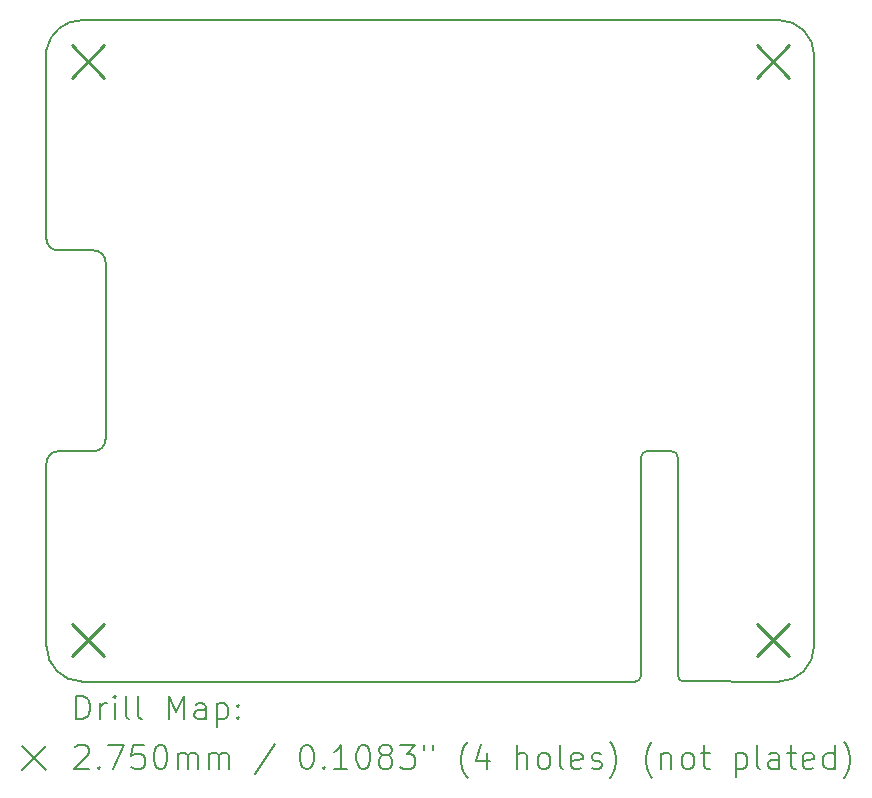
<source format=gbr>
%TF.GenerationSoftware,KiCad,Pcbnew,8.0.2+dfsg-1*%
%TF.CreationDate,2024-06-08T19:17:03+01:00*%
%TF.ProjectId,owl-driver-board,6f776c2d-6472-4697-9665-722d626f6172,rev?*%
%TF.SameCoordinates,Original*%
%TF.FileFunction,Drillmap*%
%TF.FilePolarity,Positive*%
%FSLAX45Y45*%
G04 Gerber Fmt 4.5, Leading zero omitted, Abs format (unit mm)*
G04 Created by KiCad (PCBNEW 8.0.2+dfsg-1) date 2024-06-08 19:17:03*
%MOMM*%
%LPD*%
G01*
G04 APERTURE LIST*
%ADD10C,0.150000*%
%ADD11C,0.200000*%
%ADD12C,0.275000*%
G04 APERTURE END LIST*
D10*
X300000Y-5650000D02*
G75*
G02*
X0Y-5350000I0J300000D01*
G01*
X6500000Y-5350000D02*
G75*
G02*
X6200000Y-5650000I-300000J0D01*
G01*
X100000Y-2000000D02*
G75*
G02*
X0Y-1900000I0J100000D01*
G01*
X400000Y-2000000D02*
G75*
G02*
X500000Y-2100000I0J-100000D01*
G01*
X500000Y-3600000D02*
G75*
G02*
X400000Y-3700000I-100000J0D01*
G01*
X0Y-3800000D02*
G75*
G02*
X100000Y-3700000I100000J0D01*
G01*
X0Y-300000D02*
G75*
G02*
X300000Y-50000I300000J-55000D01*
G01*
X300000Y-50000D02*
X6200000Y-50000D01*
X6200000Y-50000D02*
G75*
G02*
X6500000Y-350000I0J-300000D01*
G01*
X6500000Y-350000D02*
X6500000Y-5350000D01*
X5034645Y-5600000D02*
G75*
G02*
X4984645Y-5650005I-50005J0D01*
G01*
X5344645Y-3750000D02*
X5345000Y-5599645D01*
X300000Y-5650000D02*
X4984645Y-5650000D01*
X100000Y-3700000D02*
X400000Y-3700000D01*
X0Y-300000D02*
X0Y-1900000D01*
X5395000Y-5649645D02*
G75*
G02*
X5344995Y-5599645I0J50005D01*
G01*
X5035000Y-3750000D02*
X5034645Y-5600000D01*
X5035000Y-3750000D02*
G75*
G02*
X5085000Y-3700000I50000J0D01*
G01*
X500000Y-2100000D02*
X500000Y-3600000D01*
X0Y-3800000D02*
X0Y-5350000D01*
X100000Y-2000000D02*
X400000Y-2000000D01*
X5294645Y-3700000D02*
G75*
G02*
X5344640Y-3750000I-5J-50000D01*
G01*
X5395000Y-5649645D02*
X6200000Y-5650000D01*
X5294645Y-3700000D02*
X5085000Y-3700000D01*
D11*
D12*
X212500Y-262500D02*
X487500Y-537500D01*
X487500Y-262500D02*
X212500Y-537500D01*
X212500Y-5162500D02*
X487500Y-5437500D01*
X487500Y-5162500D02*
X212500Y-5437500D01*
X6012500Y-262500D02*
X6287500Y-537500D01*
X6287500Y-262500D02*
X6012500Y-537500D01*
X6012500Y-5162500D02*
X6287500Y-5437500D01*
X6287500Y-5162500D02*
X6012500Y-5437500D01*
D11*
X253277Y-5968984D02*
X253277Y-5768984D01*
X253277Y-5768984D02*
X300896Y-5768984D01*
X300896Y-5768984D02*
X329467Y-5778508D01*
X329467Y-5778508D02*
X348515Y-5797555D01*
X348515Y-5797555D02*
X358039Y-5816603D01*
X358039Y-5816603D02*
X367562Y-5854698D01*
X367562Y-5854698D02*
X367562Y-5883269D01*
X367562Y-5883269D02*
X358039Y-5921365D01*
X358039Y-5921365D02*
X348515Y-5940412D01*
X348515Y-5940412D02*
X329467Y-5959460D01*
X329467Y-5959460D02*
X300896Y-5968984D01*
X300896Y-5968984D02*
X253277Y-5968984D01*
X453277Y-5968984D02*
X453277Y-5835650D01*
X453277Y-5873746D02*
X462801Y-5854698D01*
X462801Y-5854698D02*
X472324Y-5845174D01*
X472324Y-5845174D02*
X491372Y-5835650D01*
X491372Y-5835650D02*
X510420Y-5835650D01*
X577086Y-5968984D02*
X577086Y-5835650D01*
X577086Y-5768984D02*
X567563Y-5778508D01*
X567563Y-5778508D02*
X577086Y-5788031D01*
X577086Y-5788031D02*
X586610Y-5778508D01*
X586610Y-5778508D02*
X577086Y-5768984D01*
X577086Y-5768984D02*
X577086Y-5788031D01*
X700896Y-5968984D02*
X681848Y-5959460D01*
X681848Y-5959460D02*
X672324Y-5940412D01*
X672324Y-5940412D02*
X672324Y-5768984D01*
X805658Y-5968984D02*
X786610Y-5959460D01*
X786610Y-5959460D02*
X777086Y-5940412D01*
X777086Y-5940412D02*
X777086Y-5768984D01*
X1034229Y-5968984D02*
X1034229Y-5768984D01*
X1034229Y-5768984D02*
X1100896Y-5911841D01*
X1100896Y-5911841D02*
X1167563Y-5768984D01*
X1167563Y-5768984D02*
X1167563Y-5968984D01*
X1348515Y-5968984D02*
X1348515Y-5864222D01*
X1348515Y-5864222D02*
X1338991Y-5845174D01*
X1338991Y-5845174D02*
X1319944Y-5835650D01*
X1319944Y-5835650D02*
X1281848Y-5835650D01*
X1281848Y-5835650D02*
X1262801Y-5845174D01*
X1348515Y-5959460D02*
X1329467Y-5968984D01*
X1329467Y-5968984D02*
X1281848Y-5968984D01*
X1281848Y-5968984D02*
X1262801Y-5959460D01*
X1262801Y-5959460D02*
X1253277Y-5940412D01*
X1253277Y-5940412D02*
X1253277Y-5921365D01*
X1253277Y-5921365D02*
X1262801Y-5902317D01*
X1262801Y-5902317D02*
X1281848Y-5892793D01*
X1281848Y-5892793D02*
X1329467Y-5892793D01*
X1329467Y-5892793D02*
X1348515Y-5883269D01*
X1443753Y-5835650D02*
X1443753Y-6035650D01*
X1443753Y-5845174D02*
X1462801Y-5835650D01*
X1462801Y-5835650D02*
X1500896Y-5835650D01*
X1500896Y-5835650D02*
X1519943Y-5845174D01*
X1519943Y-5845174D02*
X1529467Y-5854698D01*
X1529467Y-5854698D02*
X1538991Y-5873746D01*
X1538991Y-5873746D02*
X1538991Y-5930888D01*
X1538991Y-5930888D02*
X1529467Y-5949936D01*
X1529467Y-5949936D02*
X1519943Y-5959460D01*
X1519943Y-5959460D02*
X1500896Y-5968984D01*
X1500896Y-5968984D02*
X1462801Y-5968984D01*
X1462801Y-5968984D02*
X1443753Y-5959460D01*
X1624705Y-5949936D02*
X1634229Y-5959460D01*
X1634229Y-5959460D02*
X1624705Y-5968984D01*
X1624705Y-5968984D02*
X1615182Y-5959460D01*
X1615182Y-5959460D02*
X1624705Y-5949936D01*
X1624705Y-5949936D02*
X1624705Y-5968984D01*
X1624705Y-5845174D02*
X1634229Y-5854698D01*
X1634229Y-5854698D02*
X1624705Y-5864222D01*
X1624705Y-5864222D02*
X1615182Y-5854698D01*
X1615182Y-5854698D02*
X1624705Y-5845174D01*
X1624705Y-5845174D02*
X1624705Y-5864222D01*
X-207500Y-6197500D02*
X-7500Y-6397500D01*
X-7500Y-6197500D02*
X-207500Y-6397500D01*
X243753Y-6208031D02*
X253277Y-6198508D01*
X253277Y-6198508D02*
X272324Y-6188984D01*
X272324Y-6188984D02*
X319944Y-6188984D01*
X319944Y-6188984D02*
X338991Y-6198508D01*
X338991Y-6198508D02*
X348515Y-6208031D01*
X348515Y-6208031D02*
X358039Y-6227079D01*
X358039Y-6227079D02*
X358039Y-6246127D01*
X358039Y-6246127D02*
X348515Y-6274698D01*
X348515Y-6274698D02*
X234229Y-6388984D01*
X234229Y-6388984D02*
X358039Y-6388984D01*
X443753Y-6369936D02*
X453277Y-6379460D01*
X453277Y-6379460D02*
X443753Y-6388984D01*
X443753Y-6388984D02*
X434229Y-6379460D01*
X434229Y-6379460D02*
X443753Y-6369936D01*
X443753Y-6369936D02*
X443753Y-6388984D01*
X519943Y-6188984D02*
X653277Y-6188984D01*
X653277Y-6188984D02*
X567563Y-6388984D01*
X824705Y-6188984D02*
X729467Y-6188984D01*
X729467Y-6188984D02*
X719943Y-6284222D01*
X719943Y-6284222D02*
X729467Y-6274698D01*
X729467Y-6274698D02*
X748515Y-6265174D01*
X748515Y-6265174D02*
X796134Y-6265174D01*
X796134Y-6265174D02*
X815182Y-6274698D01*
X815182Y-6274698D02*
X824705Y-6284222D01*
X824705Y-6284222D02*
X834229Y-6303269D01*
X834229Y-6303269D02*
X834229Y-6350888D01*
X834229Y-6350888D02*
X824705Y-6369936D01*
X824705Y-6369936D02*
X815182Y-6379460D01*
X815182Y-6379460D02*
X796134Y-6388984D01*
X796134Y-6388984D02*
X748515Y-6388984D01*
X748515Y-6388984D02*
X729467Y-6379460D01*
X729467Y-6379460D02*
X719943Y-6369936D01*
X958039Y-6188984D02*
X977086Y-6188984D01*
X977086Y-6188984D02*
X996134Y-6198508D01*
X996134Y-6198508D02*
X1005658Y-6208031D01*
X1005658Y-6208031D02*
X1015182Y-6227079D01*
X1015182Y-6227079D02*
X1024705Y-6265174D01*
X1024705Y-6265174D02*
X1024705Y-6312793D01*
X1024705Y-6312793D02*
X1015182Y-6350888D01*
X1015182Y-6350888D02*
X1005658Y-6369936D01*
X1005658Y-6369936D02*
X996134Y-6379460D01*
X996134Y-6379460D02*
X977086Y-6388984D01*
X977086Y-6388984D02*
X958039Y-6388984D01*
X958039Y-6388984D02*
X938991Y-6379460D01*
X938991Y-6379460D02*
X929467Y-6369936D01*
X929467Y-6369936D02*
X919943Y-6350888D01*
X919943Y-6350888D02*
X910420Y-6312793D01*
X910420Y-6312793D02*
X910420Y-6265174D01*
X910420Y-6265174D02*
X919943Y-6227079D01*
X919943Y-6227079D02*
X929467Y-6208031D01*
X929467Y-6208031D02*
X938991Y-6198508D01*
X938991Y-6198508D02*
X958039Y-6188984D01*
X1110420Y-6388984D02*
X1110420Y-6255650D01*
X1110420Y-6274698D02*
X1119944Y-6265174D01*
X1119944Y-6265174D02*
X1138991Y-6255650D01*
X1138991Y-6255650D02*
X1167563Y-6255650D01*
X1167563Y-6255650D02*
X1186610Y-6265174D01*
X1186610Y-6265174D02*
X1196134Y-6284222D01*
X1196134Y-6284222D02*
X1196134Y-6388984D01*
X1196134Y-6284222D02*
X1205658Y-6265174D01*
X1205658Y-6265174D02*
X1224705Y-6255650D01*
X1224705Y-6255650D02*
X1253277Y-6255650D01*
X1253277Y-6255650D02*
X1272325Y-6265174D01*
X1272325Y-6265174D02*
X1281848Y-6284222D01*
X1281848Y-6284222D02*
X1281848Y-6388984D01*
X1377086Y-6388984D02*
X1377086Y-6255650D01*
X1377086Y-6274698D02*
X1386610Y-6265174D01*
X1386610Y-6265174D02*
X1405658Y-6255650D01*
X1405658Y-6255650D02*
X1434229Y-6255650D01*
X1434229Y-6255650D02*
X1453277Y-6265174D01*
X1453277Y-6265174D02*
X1462801Y-6284222D01*
X1462801Y-6284222D02*
X1462801Y-6388984D01*
X1462801Y-6284222D02*
X1472324Y-6265174D01*
X1472324Y-6265174D02*
X1491372Y-6255650D01*
X1491372Y-6255650D02*
X1519943Y-6255650D01*
X1519943Y-6255650D02*
X1538991Y-6265174D01*
X1538991Y-6265174D02*
X1548515Y-6284222D01*
X1548515Y-6284222D02*
X1548515Y-6388984D01*
X1938991Y-6179460D02*
X1767563Y-6436603D01*
X2196134Y-6188984D02*
X2215182Y-6188984D01*
X2215182Y-6188984D02*
X2234229Y-6198508D01*
X2234229Y-6198508D02*
X2243753Y-6208031D01*
X2243753Y-6208031D02*
X2253277Y-6227079D01*
X2253277Y-6227079D02*
X2262801Y-6265174D01*
X2262801Y-6265174D02*
X2262801Y-6312793D01*
X2262801Y-6312793D02*
X2253277Y-6350888D01*
X2253277Y-6350888D02*
X2243753Y-6369936D01*
X2243753Y-6369936D02*
X2234229Y-6379460D01*
X2234229Y-6379460D02*
X2215182Y-6388984D01*
X2215182Y-6388984D02*
X2196134Y-6388984D01*
X2196134Y-6388984D02*
X2177087Y-6379460D01*
X2177087Y-6379460D02*
X2167563Y-6369936D01*
X2167563Y-6369936D02*
X2158039Y-6350888D01*
X2158039Y-6350888D02*
X2148515Y-6312793D01*
X2148515Y-6312793D02*
X2148515Y-6265174D01*
X2148515Y-6265174D02*
X2158039Y-6227079D01*
X2158039Y-6227079D02*
X2167563Y-6208031D01*
X2167563Y-6208031D02*
X2177087Y-6198508D01*
X2177087Y-6198508D02*
X2196134Y-6188984D01*
X2348515Y-6369936D02*
X2358039Y-6379460D01*
X2358039Y-6379460D02*
X2348515Y-6388984D01*
X2348515Y-6388984D02*
X2338991Y-6379460D01*
X2338991Y-6379460D02*
X2348515Y-6369936D01*
X2348515Y-6369936D02*
X2348515Y-6388984D01*
X2548515Y-6388984D02*
X2434229Y-6388984D01*
X2491372Y-6388984D02*
X2491372Y-6188984D01*
X2491372Y-6188984D02*
X2472325Y-6217555D01*
X2472325Y-6217555D02*
X2453277Y-6236603D01*
X2453277Y-6236603D02*
X2434229Y-6246127D01*
X2672325Y-6188984D02*
X2691372Y-6188984D01*
X2691372Y-6188984D02*
X2710420Y-6198508D01*
X2710420Y-6198508D02*
X2719944Y-6208031D01*
X2719944Y-6208031D02*
X2729468Y-6227079D01*
X2729468Y-6227079D02*
X2738991Y-6265174D01*
X2738991Y-6265174D02*
X2738991Y-6312793D01*
X2738991Y-6312793D02*
X2729468Y-6350888D01*
X2729468Y-6350888D02*
X2719944Y-6369936D01*
X2719944Y-6369936D02*
X2710420Y-6379460D01*
X2710420Y-6379460D02*
X2691372Y-6388984D01*
X2691372Y-6388984D02*
X2672325Y-6388984D01*
X2672325Y-6388984D02*
X2653277Y-6379460D01*
X2653277Y-6379460D02*
X2643753Y-6369936D01*
X2643753Y-6369936D02*
X2634229Y-6350888D01*
X2634229Y-6350888D02*
X2624706Y-6312793D01*
X2624706Y-6312793D02*
X2624706Y-6265174D01*
X2624706Y-6265174D02*
X2634229Y-6227079D01*
X2634229Y-6227079D02*
X2643753Y-6208031D01*
X2643753Y-6208031D02*
X2653277Y-6198508D01*
X2653277Y-6198508D02*
X2672325Y-6188984D01*
X2853277Y-6274698D02*
X2834229Y-6265174D01*
X2834229Y-6265174D02*
X2824706Y-6255650D01*
X2824706Y-6255650D02*
X2815182Y-6236603D01*
X2815182Y-6236603D02*
X2815182Y-6227079D01*
X2815182Y-6227079D02*
X2824706Y-6208031D01*
X2824706Y-6208031D02*
X2834229Y-6198508D01*
X2834229Y-6198508D02*
X2853277Y-6188984D01*
X2853277Y-6188984D02*
X2891372Y-6188984D01*
X2891372Y-6188984D02*
X2910420Y-6198508D01*
X2910420Y-6198508D02*
X2919944Y-6208031D01*
X2919944Y-6208031D02*
X2929467Y-6227079D01*
X2929467Y-6227079D02*
X2929467Y-6236603D01*
X2929467Y-6236603D02*
X2919944Y-6255650D01*
X2919944Y-6255650D02*
X2910420Y-6265174D01*
X2910420Y-6265174D02*
X2891372Y-6274698D01*
X2891372Y-6274698D02*
X2853277Y-6274698D01*
X2853277Y-6274698D02*
X2834229Y-6284222D01*
X2834229Y-6284222D02*
X2824706Y-6293746D01*
X2824706Y-6293746D02*
X2815182Y-6312793D01*
X2815182Y-6312793D02*
X2815182Y-6350888D01*
X2815182Y-6350888D02*
X2824706Y-6369936D01*
X2824706Y-6369936D02*
X2834229Y-6379460D01*
X2834229Y-6379460D02*
X2853277Y-6388984D01*
X2853277Y-6388984D02*
X2891372Y-6388984D01*
X2891372Y-6388984D02*
X2910420Y-6379460D01*
X2910420Y-6379460D02*
X2919944Y-6369936D01*
X2919944Y-6369936D02*
X2929467Y-6350888D01*
X2929467Y-6350888D02*
X2929467Y-6312793D01*
X2929467Y-6312793D02*
X2919944Y-6293746D01*
X2919944Y-6293746D02*
X2910420Y-6284222D01*
X2910420Y-6284222D02*
X2891372Y-6274698D01*
X2996134Y-6188984D02*
X3119944Y-6188984D01*
X3119944Y-6188984D02*
X3053277Y-6265174D01*
X3053277Y-6265174D02*
X3081848Y-6265174D01*
X3081848Y-6265174D02*
X3100896Y-6274698D01*
X3100896Y-6274698D02*
X3110420Y-6284222D01*
X3110420Y-6284222D02*
X3119944Y-6303269D01*
X3119944Y-6303269D02*
X3119944Y-6350888D01*
X3119944Y-6350888D02*
X3110420Y-6369936D01*
X3110420Y-6369936D02*
X3100896Y-6379460D01*
X3100896Y-6379460D02*
X3081848Y-6388984D01*
X3081848Y-6388984D02*
X3024706Y-6388984D01*
X3024706Y-6388984D02*
X3005658Y-6379460D01*
X3005658Y-6379460D02*
X2996134Y-6369936D01*
X3196134Y-6188984D02*
X3196134Y-6227079D01*
X3272325Y-6188984D02*
X3272325Y-6227079D01*
X3567563Y-6465174D02*
X3558039Y-6455650D01*
X3558039Y-6455650D02*
X3538991Y-6427079D01*
X3538991Y-6427079D02*
X3529468Y-6408031D01*
X3529468Y-6408031D02*
X3519944Y-6379460D01*
X3519944Y-6379460D02*
X3510420Y-6331841D01*
X3510420Y-6331841D02*
X3510420Y-6293746D01*
X3510420Y-6293746D02*
X3519944Y-6246127D01*
X3519944Y-6246127D02*
X3529468Y-6217555D01*
X3529468Y-6217555D02*
X3538991Y-6198508D01*
X3538991Y-6198508D02*
X3558039Y-6169936D01*
X3558039Y-6169936D02*
X3567563Y-6160412D01*
X3729468Y-6255650D02*
X3729468Y-6388984D01*
X3681848Y-6179460D02*
X3634229Y-6322317D01*
X3634229Y-6322317D02*
X3758039Y-6322317D01*
X3986610Y-6388984D02*
X3986610Y-6188984D01*
X4072325Y-6388984D02*
X4072325Y-6284222D01*
X4072325Y-6284222D02*
X4062801Y-6265174D01*
X4062801Y-6265174D02*
X4043753Y-6255650D01*
X4043753Y-6255650D02*
X4015182Y-6255650D01*
X4015182Y-6255650D02*
X3996134Y-6265174D01*
X3996134Y-6265174D02*
X3986610Y-6274698D01*
X4196134Y-6388984D02*
X4177087Y-6379460D01*
X4177087Y-6379460D02*
X4167563Y-6369936D01*
X4167563Y-6369936D02*
X4158039Y-6350888D01*
X4158039Y-6350888D02*
X4158039Y-6293746D01*
X4158039Y-6293746D02*
X4167563Y-6274698D01*
X4167563Y-6274698D02*
X4177087Y-6265174D01*
X4177087Y-6265174D02*
X4196134Y-6255650D01*
X4196134Y-6255650D02*
X4224706Y-6255650D01*
X4224706Y-6255650D02*
X4243753Y-6265174D01*
X4243753Y-6265174D02*
X4253277Y-6274698D01*
X4253277Y-6274698D02*
X4262801Y-6293746D01*
X4262801Y-6293746D02*
X4262801Y-6350888D01*
X4262801Y-6350888D02*
X4253277Y-6369936D01*
X4253277Y-6369936D02*
X4243753Y-6379460D01*
X4243753Y-6379460D02*
X4224706Y-6388984D01*
X4224706Y-6388984D02*
X4196134Y-6388984D01*
X4377087Y-6388984D02*
X4358039Y-6379460D01*
X4358039Y-6379460D02*
X4348515Y-6360412D01*
X4348515Y-6360412D02*
X4348515Y-6188984D01*
X4529468Y-6379460D02*
X4510420Y-6388984D01*
X4510420Y-6388984D02*
X4472325Y-6388984D01*
X4472325Y-6388984D02*
X4453277Y-6379460D01*
X4453277Y-6379460D02*
X4443753Y-6360412D01*
X4443753Y-6360412D02*
X4443753Y-6284222D01*
X4443753Y-6284222D02*
X4453277Y-6265174D01*
X4453277Y-6265174D02*
X4472325Y-6255650D01*
X4472325Y-6255650D02*
X4510420Y-6255650D01*
X4510420Y-6255650D02*
X4529468Y-6265174D01*
X4529468Y-6265174D02*
X4538992Y-6284222D01*
X4538992Y-6284222D02*
X4538992Y-6303269D01*
X4538992Y-6303269D02*
X4443753Y-6322317D01*
X4615182Y-6379460D02*
X4634230Y-6388984D01*
X4634230Y-6388984D02*
X4672325Y-6388984D01*
X4672325Y-6388984D02*
X4691373Y-6379460D01*
X4691373Y-6379460D02*
X4700896Y-6360412D01*
X4700896Y-6360412D02*
X4700896Y-6350888D01*
X4700896Y-6350888D02*
X4691373Y-6331841D01*
X4691373Y-6331841D02*
X4672325Y-6322317D01*
X4672325Y-6322317D02*
X4643753Y-6322317D01*
X4643753Y-6322317D02*
X4624706Y-6312793D01*
X4624706Y-6312793D02*
X4615182Y-6293746D01*
X4615182Y-6293746D02*
X4615182Y-6284222D01*
X4615182Y-6284222D02*
X4624706Y-6265174D01*
X4624706Y-6265174D02*
X4643753Y-6255650D01*
X4643753Y-6255650D02*
X4672325Y-6255650D01*
X4672325Y-6255650D02*
X4691373Y-6265174D01*
X4767563Y-6465174D02*
X4777087Y-6455650D01*
X4777087Y-6455650D02*
X4796134Y-6427079D01*
X4796134Y-6427079D02*
X4805658Y-6408031D01*
X4805658Y-6408031D02*
X4815182Y-6379460D01*
X4815182Y-6379460D02*
X4824706Y-6331841D01*
X4824706Y-6331841D02*
X4824706Y-6293746D01*
X4824706Y-6293746D02*
X4815182Y-6246127D01*
X4815182Y-6246127D02*
X4805658Y-6217555D01*
X4805658Y-6217555D02*
X4796134Y-6198508D01*
X4796134Y-6198508D02*
X4777087Y-6169936D01*
X4777087Y-6169936D02*
X4767563Y-6160412D01*
X5129468Y-6465174D02*
X5119944Y-6455650D01*
X5119944Y-6455650D02*
X5100896Y-6427079D01*
X5100896Y-6427079D02*
X5091373Y-6408031D01*
X5091373Y-6408031D02*
X5081849Y-6379460D01*
X5081849Y-6379460D02*
X5072325Y-6331841D01*
X5072325Y-6331841D02*
X5072325Y-6293746D01*
X5072325Y-6293746D02*
X5081849Y-6246127D01*
X5081849Y-6246127D02*
X5091373Y-6217555D01*
X5091373Y-6217555D02*
X5100896Y-6198508D01*
X5100896Y-6198508D02*
X5119944Y-6169936D01*
X5119944Y-6169936D02*
X5129468Y-6160412D01*
X5205658Y-6255650D02*
X5205658Y-6388984D01*
X5205658Y-6274698D02*
X5215182Y-6265174D01*
X5215182Y-6265174D02*
X5234230Y-6255650D01*
X5234230Y-6255650D02*
X5262801Y-6255650D01*
X5262801Y-6255650D02*
X5281849Y-6265174D01*
X5281849Y-6265174D02*
X5291373Y-6284222D01*
X5291373Y-6284222D02*
X5291373Y-6388984D01*
X5415182Y-6388984D02*
X5396134Y-6379460D01*
X5396134Y-6379460D02*
X5386611Y-6369936D01*
X5386611Y-6369936D02*
X5377087Y-6350888D01*
X5377087Y-6350888D02*
X5377087Y-6293746D01*
X5377087Y-6293746D02*
X5386611Y-6274698D01*
X5386611Y-6274698D02*
X5396134Y-6265174D01*
X5396134Y-6265174D02*
X5415182Y-6255650D01*
X5415182Y-6255650D02*
X5443754Y-6255650D01*
X5443754Y-6255650D02*
X5462801Y-6265174D01*
X5462801Y-6265174D02*
X5472325Y-6274698D01*
X5472325Y-6274698D02*
X5481849Y-6293746D01*
X5481849Y-6293746D02*
X5481849Y-6350888D01*
X5481849Y-6350888D02*
X5472325Y-6369936D01*
X5472325Y-6369936D02*
X5462801Y-6379460D01*
X5462801Y-6379460D02*
X5443754Y-6388984D01*
X5443754Y-6388984D02*
X5415182Y-6388984D01*
X5538992Y-6255650D02*
X5615182Y-6255650D01*
X5567563Y-6188984D02*
X5567563Y-6360412D01*
X5567563Y-6360412D02*
X5577087Y-6379460D01*
X5577087Y-6379460D02*
X5596134Y-6388984D01*
X5596134Y-6388984D02*
X5615182Y-6388984D01*
X5834230Y-6255650D02*
X5834230Y-6455650D01*
X5834230Y-6265174D02*
X5853277Y-6255650D01*
X5853277Y-6255650D02*
X5891373Y-6255650D01*
X5891373Y-6255650D02*
X5910420Y-6265174D01*
X5910420Y-6265174D02*
X5919944Y-6274698D01*
X5919944Y-6274698D02*
X5929468Y-6293746D01*
X5929468Y-6293746D02*
X5929468Y-6350888D01*
X5929468Y-6350888D02*
X5919944Y-6369936D01*
X5919944Y-6369936D02*
X5910420Y-6379460D01*
X5910420Y-6379460D02*
X5891373Y-6388984D01*
X5891373Y-6388984D02*
X5853277Y-6388984D01*
X5853277Y-6388984D02*
X5834230Y-6379460D01*
X6043753Y-6388984D02*
X6024706Y-6379460D01*
X6024706Y-6379460D02*
X6015182Y-6360412D01*
X6015182Y-6360412D02*
X6015182Y-6188984D01*
X6205658Y-6388984D02*
X6205658Y-6284222D01*
X6205658Y-6284222D02*
X6196134Y-6265174D01*
X6196134Y-6265174D02*
X6177087Y-6255650D01*
X6177087Y-6255650D02*
X6138992Y-6255650D01*
X6138992Y-6255650D02*
X6119944Y-6265174D01*
X6205658Y-6379460D02*
X6186611Y-6388984D01*
X6186611Y-6388984D02*
X6138992Y-6388984D01*
X6138992Y-6388984D02*
X6119944Y-6379460D01*
X6119944Y-6379460D02*
X6110420Y-6360412D01*
X6110420Y-6360412D02*
X6110420Y-6341365D01*
X6110420Y-6341365D02*
X6119944Y-6322317D01*
X6119944Y-6322317D02*
X6138992Y-6312793D01*
X6138992Y-6312793D02*
X6186611Y-6312793D01*
X6186611Y-6312793D02*
X6205658Y-6303269D01*
X6272325Y-6255650D02*
X6348515Y-6255650D01*
X6300896Y-6188984D02*
X6300896Y-6360412D01*
X6300896Y-6360412D02*
X6310420Y-6379460D01*
X6310420Y-6379460D02*
X6329468Y-6388984D01*
X6329468Y-6388984D02*
X6348515Y-6388984D01*
X6491373Y-6379460D02*
X6472325Y-6388984D01*
X6472325Y-6388984D02*
X6434230Y-6388984D01*
X6434230Y-6388984D02*
X6415182Y-6379460D01*
X6415182Y-6379460D02*
X6405658Y-6360412D01*
X6405658Y-6360412D02*
X6405658Y-6284222D01*
X6405658Y-6284222D02*
X6415182Y-6265174D01*
X6415182Y-6265174D02*
X6434230Y-6255650D01*
X6434230Y-6255650D02*
X6472325Y-6255650D01*
X6472325Y-6255650D02*
X6491373Y-6265174D01*
X6491373Y-6265174D02*
X6500896Y-6284222D01*
X6500896Y-6284222D02*
X6500896Y-6303269D01*
X6500896Y-6303269D02*
X6405658Y-6322317D01*
X6672325Y-6388984D02*
X6672325Y-6188984D01*
X6672325Y-6379460D02*
X6653277Y-6388984D01*
X6653277Y-6388984D02*
X6615182Y-6388984D01*
X6615182Y-6388984D02*
X6596134Y-6379460D01*
X6596134Y-6379460D02*
X6586611Y-6369936D01*
X6586611Y-6369936D02*
X6577087Y-6350888D01*
X6577087Y-6350888D02*
X6577087Y-6293746D01*
X6577087Y-6293746D02*
X6586611Y-6274698D01*
X6586611Y-6274698D02*
X6596134Y-6265174D01*
X6596134Y-6265174D02*
X6615182Y-6255650D01*
X6615182Y-6255650D02*
X6653277Y-6255650D01*
X6653277Y-6255650D02*
X6672325Y-6265174D01*
X6748515Y-6465174D02*
X6758039Y-6455650D01*
X6758039Y-6455650D02*
X6777087Y-6427079D01*
X6777087Y-6427079D02*
X6786611Y-6408031D01*
X6786611Y-6408031D02*
X6796134Y-6379460D01*
X6796134Y-6379460D02*
X6805658Y-6331841D01*
X6805658Y-6331841D02*
X6805658Y-6293746D01*
X6805658Y-6293746D02*
X6796134Y-6246127D01*
X6796134Y-6246127D02*
X6786611Y-6217555D01*
X6786611Y-6217555D02*
X6777087Y-6198508D01*
X6777087Y-6198508D02*
X6758039Y-6169936D01*
X6758039Y-6169936D02*
X6748515Y-6160412D01*
M02*

</source>
